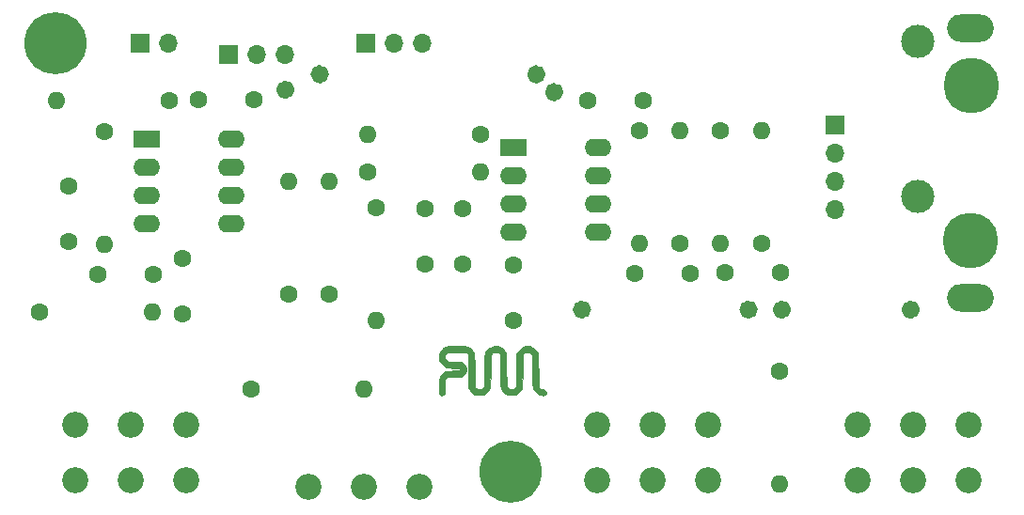
<source format=gbr>
%TF.GenerationSoftware,KiCad,Pcbnew,7.0.8-7.0.8~ubuntu22.04.1*%
%TF.CreationDate,2023-10-08T09:38:23-05:00*%
%TF.ProjectId,crossover_v1,63726f73-736f-4766-9572-5f76312e6b69,v1.0.0*%
%TF.SameCoordinates,Original*%
%TF.FileFunction,Soldermask,Bot*%
%TF.FilePolarity,Negative*%
%FSLAX46Y46*%
G04 Gerber Fmt 4.6, Leading zero omitted, Abs format (unit mm)*
G04 Created by KiCad (PCBNEW 7.0.8-7.0.8~ubuntu22.04.1) date 2023-10-08 09:38:23*
%MOMM*%
%LPD*%
G01*
G04 APERTURE LIST*
%ADD10C,0.818303*%
%ADD11C,0.010000*%
%ADD12R,1.700000X1.700000*%
%ADD13O,1.700000X1.700000*%
%ADD14C,1.600000*%
%ADD15O,1.600000X1.600000*%
%ADD16R,2.400000X1.600000*%
%ADD17O,2.400000X1.600000*%
%ADD18C,5.600000*%
%ADD19C,2.340000*%
%ADD20O,4.200000X2.500000*%
%ADD21C,3.000000*%
%ADD22C,5.000000*%
G04 APERTURE END LIST*
D10*
X126089151Y-85163303D02*
G75*
G03*
X126089151Y-85163303I-409151J0D01*
G01*
X167789151Y-104963303D02*
G75*
G03*
X167789151Y-104963303I-409151J0D01*
G01*
X152789151Y-104963303D02*
G75*
G03*
X152789151Y-104963303I-409151J0D01*
G01*
X148689151Y-83770000D02*
G75*
G03*
X148689151Y-83770000I-409151J0D01*
G01*
X182389151Y-104970000D02*
G75*
G03*
X182389151Y-104970000I-409151J0D01*
G01*
X170789151Y-104970000D02*
G75*
G03*
X170789151Y-104970000I-409151J0D01*
G01*
X129189151Y-83763303D02*
G75*
G03*
X129189151Y-83763303I-409151J0D01*
G01*
X150295848Y-85370000D02*
G75*
G03*
X150295848Y-85370000I-409151J0D01*
G01*
%TO.C,G\u002A\u002A\u002A*%
D11*
X141296669Y-108247853D02*
X141517983Y-108249738D01*
X141690199Y-108253649D01*
X141821680Y-108260032D01*
X141920790Y-108269335D01*
X141995891Y-108282007D01*
X142055347Y-108298493D01*
X142088792Y-108311244D01*
X142242718Y-108398912D01*
X142394710Y-108525464D01*
X142526358Y-108673670D01*
X142619253Y-108826298D01*
X142630713Y-108851929D01*
X142646639Y-108891078D01*
X142659801Y-108933032D01*
X142670544Y-108983860D01*
X142679213Y-109049631D01*
X142686152Y-109136415D01*
X142691706Y-109250280D01*
X142696219Y-109397296D01*
X142700035Y-109583532D01*
X142703499Y-109815057D01*
X142706956Y-110097940D01*
X142710750Y-110438250D01*
X142710991Y-110459895D01*
X142715745Y-110820567D01*
X142721385Y-111136643D01*
X142727807Y-111404970D01*
X142734909Y-111622400D01*
X142742590Y-111785782D01*
X142750748Y-111891966D01*
X142759281Y-111937800D01*
X142767730Y-111950044D01*
X142823719Y-112009052D01*
X142900387Y-112072737D01*
X143025139Y-112133444D01*
X143172986Y-112151716D01*
X143320169Y-112126101D01*
X143449092Y-112059799D01*
X143542162Y-111956011D01*
X143547411Y-111943611D01*
X143557321Y-111897305D01*
X143565920Y-111819653D01*
X143573383Y-111706062D01*
X143579884Y-111551939D01*
X143585596Y-111352689D01*
X143590696Y-111103720D01*
X143595356Y-110800438D01*
X143599750Y-110438250D01*
X143600629Y-110358608D01*
X143604394Y-110030434D01*
X143607965Y-109758438D01*
X143611656Y-109536609D01*
X143615784Y-109358938D01*
X143620666Y-109219415D01*
X143626618Y-109112031D01*
X143633955Y-109030777D01*
X143642994Y-108969642D01*
X143654051Y-108922618D01*
X143667443Y-108883695D01*
X143683486Y-108846863D01*
X143780097Y-108677962D01*
X143937052Y-108500416D01*
X144121844Y-108370128D01*
X144325995Y-108287320D01*
X144541028Y-108252212D01*
X144758465Y-108265026D01*
X144969829Y-108325983D01*
X145166643Y-108435304D01*
X145340428Y-108593210D01*
X145482709Y-108799923D01*
X145490702Y-108815113D01*
X145505759Y-108847382D01*
X145518263Y-108884141D01*
X145528531Y-108931291D01*
X145536879Y-108994731D01*
X145543627Y-109080363D01*
X145549090Y-109194088D01*
X145553586Y-109341806D01*
X145557433Y-109529418D01*
X145560948Y-109762824D01*
X145564448Y-110047926D01*
X145568250Y-110390625D01*
X145569684Y-110517159D01*
X145574701Y-110886350D01*
X145580349Y-111195114D01*
X145586709Y-111445796D01*
X145593863Y-111640742D01*
X145601892Y-111782299D01*
X145610876Y-111872811D01*
X145620898Y-111914625D01*
X145716875Y-112037911D01*
X145841819Y-112113538D01*
X146006766Y-112146169D01*
X146074763Y-112150092D01*
X146161713Y-112146226D01*
X146225838Y-112122808D01*
X146292797Y-112073302D01*
X146310825Y-112057616D01*
X146384519Y-111983675D01*
X146434154Y-111919137D01*
X146443511Y-111887069D01*
X146452593Y-111815827D01*
X146460592Y-111703222D01*
X146467643Y-111545564D01*
X146473876Y-111339165D01*
X146479426Y-111080335D01*
X146484423Y-110765385D01*
X146489000Y-110390625D01*
X146504875Y-108930125D01*
X146603262Y-108755500D01*
X146682196Y-108635830D01*
X146852758Y-108462384D01*
X147057641Y-108338022D01*
X147288326Y-108267316D01*
X147536296Y-108254837D01*
X147624559Y-108264988D01*
X147859481Y-108333039D01*
X148066930Y-108455523D01*
X148240307Y-108627785D01*
X148373017Y-108845172D01*
X148377660Y-108855317D01*
X148393112Y-108892271D01*
X148405970Y-108932607D01*
X148416552Y-108982337D01*
X148425177Y-109047471D01*
X148432163Y-109134023D01*
X148437829Y-109248002D01*
X148442492Y-109395421D01*
X148446473Y-109582291D01*
X148450089Y-109814623D01*
X148453659Y-110098430D01*
X148457500Y-110439723D01*
X148459507Y-110618950D01*
X148463346Y-110932981D01*
X148467168Y-111192064D01*
X148471242Y-111401904D01*
X148475835Y-111568203D01*
X148481212Y-111696664D01*
X148487643Y-111792990D01*
X148495394Y-111862883D01*
X148504732Y-111912047D01*
X148515924Y-111946185D01*
X148529237Y-111971000D01*
X148571631Y-112023665D01*
X148701908Y-112112121D01*
X148882741Y-112162888D01*
X148908531Y-112167648D01*
X149033869Y-112218561D01*
X149118200Y-112301129D01*
X149156451Y-112403297D01*
X149143546Y-112513014D01*
X149074413Y-112618224D01*
X149042967Y-112647629D01*
X148989569Y-112680008D01*
X148920438Y-112690992D01*
X148812016Y-112686733D01*
X148735169Y-112677590D01*
X148514248Y-112610933D01*
X148311743Y-112490964D01*
X148138386Y-112325201D01*
X148004906Y-112121164D01*
X147995797Y-112102599D01*
X147980553Y-112067824D01*
X147967909Y-112029030D01*
X147957541Y-111980268D01*
X147949126Y-111915591D01*
X147942341Y-111829051D01*
X147936862Y-111714702D01*
X147932367Y-111566593D01*
X147928531Y-111378779D01*
X147925032Y-111145312D01*
X147921546Y-110860243D01*
X147917750Y-110517625D01*
X147917702Y-110513187D01*
X147913474Y-110156445D01*
X147909100Y-109858188D01*
X147904388Y-109613458D01*
X147899145Y-109417297D01*
X147893175Y-109264747D01*
X147886287Y-109150849D01*
X147878287Y-109070645D01*
X147868980Y-109019177D01*
X147858173Y-108991487D01*
X147816793Y-108938452D01*
X147691669Y-108842363D01*
X147543828Y-108794203D01*
X147387673Y-108794844D01*
X147237612Y-108845161D01*
X147108051Y-108946026D01*
X147104700Y-108949793D01*
X147090271Y-108969245D01*
X147078225Y-108995291D01*
X147068257Y-109033622D01*
X147060063Y-109089927D01*
X147053340Y-109169898D01*
X147047783Y-109279224D01*
X147043087Y-109423595D01*
X147038950Y-109608702D01*
X147035066Y-109840235D01*
X147031132Y-110123884D01*
X147026843Y-110465339D01*
X147026111Y-110524600D01*
X147021675Y-110862132D01*
X147017330Y-111143041D01*
X147012804Y-111373257D01*
X147007822Y-111558713D01*
X147002111Y-111705341D01*
X146995396Y-111819073D01*
X146987404Y-111905840D01*
X146977860Y-111971575D01*
X146966490Y-112022210D01*
X146953021Y-112063676D01*
X146934646Y-112107846D01*
X146823694Y-112288743D01*
X146668482Y-112452625D01*
X146484410Y-112582445D01*
X146438530Y-112607180D01*
X146356431Y-112644184D01*
X146274991Y-112665150D01*
X146172845Y-112674492D01*
X146028625Y-112676625D01*
X145951009Y-112676202D01*
X145830318Y-112671095D01*
X145741090Y-112656597D01*
X145661907Y-112628259D01*
X145571349Y-112581632D01*
X145399909Y-112460992D01*
X145231828Y-112278443D01*
X145110146Y-112065156D01*
X145097007Y-112031494D01*
X145084154Y-111989224D01*
X145073467Y-111937494D01*
X145064644Y-111870302D01*
X145057384Y-111781642D01*
X145051386Y-111665510D01*
X145046350Y-111515901D01*
X145041973Y-111326813D01*
X145037955Y-111092239D01*
X145033995Y-110806177D01*
X145029792Y-110462621D01*
X145012625Y-109010617D01*
X144911621Y-108909664D01*
X144908519Y-108906577D01*
X144833089Y-108844193D01*
X144750863Y-108810593D01*
X144633598Y-108794031D01*
X144616756Y-108792699D01*
X144506734Y-108790691D01*
X144427112Y-108808719D01*
X144349681Y-108852601D01*
X144325226Y-108869157D01*
X144284872Y-108897367D01*
X144251437Y-108926449D01*
X144224202Y-108962096D01*
X144202448Y-109009999D01*
X144185456Y-109075853D01*
X144172508Y-109165350D01*
X144162886Y-109284182D01*
X144155870Y-109438042D01*
X144150742Y-109632624D01*
X144146784Y-109873620D01*
X144143276Y-110166722D01*
X144139500Y-110517625D01*
X144123625Y-111978125D01*
X144038873Y-112138704D01*
X143930622Y-112304471D01*
X143761744Y-112478493D01*
X143568000Y-112606154D01*
X143470274Y-112643111D01*
X143286577Y-112676451D01*
X143086512Y-112680115D01*
X142894232Y-112654306D01*
X142733891Y-112599224D01*
X142607543Y-112522636D01*
X142418418Y-112351372D01*
X142271025Y-112136875D01*
X142186875Y-111978125D01*
X142171000Y-110517625D01*
X142170621Y-110483228D01*
X142165858Y-110121316D01*
X142160226Y-109804367D01*
X142153821Y-109535471D01*
X142146745Y-109317716D01*
X142139095Y-109154194D01*
X142130970Y-109047991D01*
X142122470Y-109002199D01*
X142114021Y-108989955D01*
X142058032Y-108930947D01*
X141981364Y-108867262D01*
X141872914Y-108787250D01*
X141109145Y-108787368D01*
X140929865Y-108787564D01*
X140727806Y-108788693D01*
X140574633Y-108791371D01*
X140461828Y-108796208D01*
X140380871Y-108803814D01*
X140323246Y-108814800D01*
X140280432Y-108829776D01*
X140243913Y-108849352D01*
X140143137Y-108928100D01*
X140063317Y-109052918D01*
X140035925Y-109211137D01*
X140061571Y-109377039D01*
X140140103Y-109516053D01*
X140265505Y-109617096D01*
X140302897Y-109634769D01*
X140360286Y-109652548D01*
X140436246Y-109664518D01*
X140542005Y-109671747D01*
X140688790Y-109675302D01*
X140887830Y-109676250D01*
X140923610Y-109676317D01*
X141128541Y-109679558D01*
X141301054Y-109687210D01*
X141430804Y-109698656D01*
X141507450Y-109713277D01*
X141672144Y-109794370D01*
X141811758Y-109919791D01*
X141907007Y-110073254D01*
X141956478Y-110244359D01*
X141958756Y-110422707D01*
X141912431Y-110597899D01*
X141816087Y-110759535D01*
X141668314Y-110897215D01*
X141530752Y-110993875D01*
X140919080Y-111009750D01*
X140759959Y-111014037D01*
X140580233Y-111020394D01*
X140447055Y-111028987D01*
X140350469Y-111041985D01*
X140280521Y-111061555D01*
X140227253Y-111089865D01*
X140180712Y-111129082D01*
X140130941Y-111181376D01*
X140102265Y-111218335D01*
X140064362Y-111297808D01*
X140037907Y-111406783D01*
X140021704Y-111553672D01*
X140014556Y-111746886D01*
X140015268Y-111994837D01*
X140016931Y-112128145D01*
X140016900Y-112288956D01*
X140012967Y-112403760D01*
X140004300Y-112483155D01*
X139990067Y-112537739D01*
X139969434Y-112578110D01*
X139945335Y-112609144D01*
X139850686Y-112672897D01*
X139739843Y-112689160D01*
X139632207Y-112657889D01*
X139547178Y-112579042D01*
X139540558Y-112568203D01*
X139523586Y-112528170D01*
X139511564Y-112471308D01*
X139503861Y-112388287D01*
X139499843Y-112269779D01*
X139498876Y-112106455D01*
X139500327Y-111888984D01*
X139502640Y-111718721D01*
X139509354Y-111499195D01*
X139522012Y-111326416D01*
X139543058Y-111190196D01*
X139574938Y-111080350D01*
X139620097Y-110986692D01*
X139680981Y-110899035D01*
X139760035Y-110807193D01*
X139782671Y-110782706D01*
X139880671Y-110686065D01*
X139977056Y-110612708D01*
X140082668Y-110559228D01*
X140208350Y-110522220D01*
X140364942Y-110498276D01*
X140563287Y-110483990D01*
X140814227Y-110475954D01*
X140964555Y-110472505D01*
X141127942Y-110467504D01*
X141243544Y-110461289D01*
X141320544Y-110452714D01*
X141368123Y-110440635D01*
X141395461Y-110423904D01*
X141411742Y-110401376D01*
X141413550Y-110397960D01*
X141431299Y-110352150D01*
X141425888Y-110317025D01*
X141390594Y-110290725D01*
X141318693Y-110271389D01*
X141203463Y-110257157D01*
X141038181Y-110246169D01*
X140816124Y-110236565D01*
X140745624Y-110233844D01*
X140554616Y-110225284D01*
X140411729Y-110215896D01*
X140305222Y-110204102D01*
X140223351Y-110188323D01*
X140154375Y-110166982D01*
X140086552Y-110138500D01*
X139916577Y-110039043D01*
X139748890Y-109883445D01*
X139623470Y-109697841D01*
X139541734Y-109491684D01*
X139505103Y-109274425D01*
X139514996Y-109055516D01*
X139572832Y-108844409D01*
X139680031Y-108650554D01*
X139838011Y-108483405D01*
X139903680Y-108431305D01*
X139985327Y-108374809D01*
X140068840Y-108331176D01*
X140163021Y-108298763D01*
X140276675Y-108275927D01*
X140418603Y-108261026D01*
X140597608Y-108252416D01*
X140822493Y-108248455D01*
X141102060Y-108247499D01*
X141296669Y-108247853D01*
G36*
X141296669Y-108247853D02*
G01*
X141517983Y-108249738D01*
X141690199Y-108253649D01*
X141821680Y-108260032D01*
X141920790Y-108269335D01*
X141995891Y-108282007D01*
X142055347Y-108298493D01*
X142088792Y-108311244D01*
X142242718Y-108398912D01*
X142394710Y-108525464D01*
X142526358Y-108673670D01*
X142619253Y-108826298D01*
X142630713Y-108851929D01*
X142646639Y-108891078D01*
X142659801Y-108933032D01*
X142670544Y-108983860D01*
X142679213Y-109049631D01*
X142686152Y-109136415D01*
X142691706Y-109250280D01*
X142696219Y-109397296D01*
X142700035Y-109583532D01*
X142703499Y-109815057D01*
X142706956Y-110097940D01*
X142710750Y-110438250D01*
X142710991Y-110459895D01*
X142715745Y-110820567D01*
X142721385Y-111136643D01*
X142727807Y-111404970D01*
X142734909Y-111622400D01*
X142742590Y-111785782D01*
X142750748Y-111891966D01*
X142759281Y-111937800D01*
X142767730Y-111950044D01*
X142823719Y-112009052D01*
X142900387Y-112072737D01*
X143025139Y-112133444D01*
X143172986Y-112151716D01*
X143320169Y-112126101D01*
X143449092Y-112059799D01*
X143542162Y-111956011D01*
X143547411Y-111943611D01*
X143557321Y-111897305D01*
X143565920Y-111819653D01*
X143573383Y-111706062D01*
X143579884Y-111551939D01*
X143585596Y-111352689D01*
X143590696Y-111103720D01*
X143595356Y-110800438D01*
X143599750Y-110438250D01*
X143600629Y-110358608D01*
X143604394Y-110030434D01*
X143607965Y-109758438D01*
X143611656Y-109536609D01*
X143615784Y-109358938D01*
X143620666Y-109219415D01*
X143626618Y-109112031D01*
X143633955Y-109030777D01*
X143642994Y-108969642D01*
X143654051Y-108922618D01*
X143667443Y-108883695D01*
X143683486Y-108846863D01*
X143780097Y-108677962D01*
X143937052Y-108500416D01*
X144121844Y-108370128D01*
X144325995Y-108287320D01*
X144541028Y-108252212D01*
X144758465Y-108265026D01*
X144969829Y-108325983D01*
X145166643Y-108435304D01*
X145340428Y-108593210D01*
X145482709Y-108799923D01*
X145490702Y-108815113D01*
X145505759Y-108847382D01*
X145518263Y-108884141D01*
X145528531Y-108931291D01*
X145536879Y-108994731D01*
X145543627Y-109080363D01*
X145549090Y-109194088D01*
X145553586Y-109341806D01*
X145557433Y-109529418D01*
X145560948Y-109762824D01*
X145564448Y-110047926D01*
X145568250Y-110390625D01*
X145569684Y-110517159D01*
X145574701Y-110886350D01*
X145580349Y-111195114D01*
X145586709Y-111445796D01*
X145593863Y-111640742D01*
X145601892Y-111782299D01*
X145610876Y-111872811D01*
X145620898Y-111914625D01*
X145716875Y-112037911D01*
X145841819Y-112113538D01*
X146006766Y-112146169D01*
X146074763Y-112150092D01*
X146161713Y-112146226D01*
X146225838Y-112122808D01*
X146292797Y-112073302D01*
X146310825Y-112057616D01*
X146384519Y-111983675D01*
X146434154Y-111919137D01*
X146443511Y-111887069D01*
X146452593Y-111815827D01*
X146460592Y-111703222D01*
X146467643Y-111545564D01*
X146473876Y-111339165D01*
X146479426Y-111080335D01*
X146484423Y-110765385D01*
X146489000Y-110390625D01*
X146504875Y-108930125D01*
X146603262Y-108755500D01*
X146682196Y-108635830D01*
X146852758Y-108462384D01*
X147057641Y-108338022D01*
X147288326Y-108267316D01*
X147536296Y-108254837D01*
X147624559Y-108264988D01*
X147859481Y-108333039D01*
X148066930Y-108455523D01*
X148240307Y-108627785D01*
X148373017Y-108845172D01*
X148377660Y-108855317D01*
X148393112Y-108892271D01*
X148405970Y-108932607D01*
X148416552Y-108982337D01*
X148425177Y-109047471D01*
X148432163Y-109134023D01*
X148437829Y-109248002D01*
X148442492Y-109395421D01*
X148446473Y-109582291D01*
X148450089Y-109814623D01*
X148453659Y-110098430D01*
X148457500Y-110439723D01*
X148459507Y-110618950D01*
X148463346Y-110932981D01*
X148467168Y-111192064D01*
X148471242Y-111401904D01*
X148475835Y-111568203D01*
X148481212Y-111696664D01*
X148487643Y-111792990D01*
X148495394Y-111862883D01*
X148504732Y-111912047D01*
X148515924Y-111946185D01*
X148529237Y-111971000D01*
X148571631Y-112023665D01*
X148701908Y-112112121D01*
X148882741Y-112162888D01*
X148908531Y-112167648D01*
X149033869Y-112218561D01*
X149118200Y-112301129D01*
X149156451Y-112403297D01*
X149143546Y-112513014D01*
X149074413Y-112618224D01*
X149042967Y-112647629D01*
X148989569Y-112680008D01*
X148920438Y-112690992D01*
X148812016Y-112686733D01*
X148735169Y-112677590D01*
X148514248Y-112610933D01*
X148311743Y-112490964D01*
X148138386Y-112325201D01*
X148004906Y-112121164D01*
X147995797Y-112102599D01*
X147980553Y-112067824D01*
X147967909Y-112029030D01*
X147957541Y-111980268D01*
X147949126Y-111915591D01*
X147942341Y-111829051D01*
X147936862Y-111714702D01*
X147932367Y-111566593D01*
X147928531Y-111378779D01*
X147925032Y-111145312D01*
X147921546Y-110860243D01*
X147917750Y-110517625D01*
X147917702Y-110513187D01*
X147913474Y-110156445D01*
X147909100Y-109858188D01*
X147904388Y-109613458D01*
X147899145Y-109417297D01*
X147893175Y-109264747D01*
X147886287Y-109150849D01*
X147878287Y-109070645D01*
X147868980Y-109019177D01*
X147858173Y-108991487D01*
X147816793Y-108938452D01*
X147691669Y-108842363D01*
X147543828Y-108794203D01*
X147387673Y-108794844D01*
X147237612Y-108845161D01*
X147108051Y-108946026D01*
X147104700Y-108949793D01*
X147090271Y-108969245D01*
X147078225Y-108995291D01*
X147068257Y-109033622D01*
X147060063Y-109089927D01*
X147053340Y-109169898D01*
X147047783Y-109279224D01*
X147043087Y-109423595D01*
X147038950Y-109608702D01*
X147035066Y-109840235D01*
X147031132Y-110123884D01*
X147026843Y-110465339D01*
X147026111Y-110524600D01*
X147021675Y-110862132D01*
X147017330Y-111143041D01*
X147012804Y-111373257D01*
X147007822Y-111558713D01*
X147002111Y-111705341D01*
X146995396Y-111819073D01*
X146987404Y-111905840D01*
X146977860Y-111971575D01*
X146966490Y-112022210D01*
X146953021Y-112063676D01*
X146934646Y-112107846D01*
X146823694Y-112288743D01*
X146668482Y-112452625D01*
X146484410Y-112582445D01*
X146438530Y-112607180D01*
X146356431Y-112644184D01*
X146274991Y-112665150D01*
X146172845Y-112674492D01*
X146028625Y-112676625D01*
X145951009Y-112676202D01*
X145830318Y-112671095D01*
X145741090Y-112656597D01*
X145661907Y-112628259D01*
X145571349Y-112581632D01*
X145399909Y-112460992D01*
X145231828Y-112278443D01*
X145110146Y-112065156D01*
X145097007Y-112031494D01*
X145084154Y-111989224D01*
X145073467Y-111937494D01*
X145064644Y-111870302D01*
X145057384Y-111781642D01*
X145051386Y-111665510D01*
X145046350Y-111515901D01*
X145041973Y-111326813D01*
X145037955Y-111092239D01*
X145033995Y-110806177D01*
X145029792Y-110462621D01*
X145012625Y-109010617D01*
X144911621Y-108909664D01*
X144908519Y-108906577D01*
X144833089Y-108844193D01*
X144750863Y-108810593D01*
X144633598Y-108794031D01*
X144616756Y-108792699D01*
X144506734Y-108790691D01*
X144427112Y-108808719D01*
X144349681Y-108852601D01*
X144325226Y-108869157D01*
X144284872Y-108897367D01*
X144251437Y-108926449D01*
X144224202Y-108962096D01*
X144202448Y-109009999D01*
X144185456Y-109075853D01*
X144172508Y-109165350D01*
X144162886Y-109284182D01*
X144155870Y-109438042D01*
X144150742Y-109632624D01*
X144146784Y-109873620D01*
X144143276Y-110166722D01*
X144139500Y-110517625D01*
X144123625Y-111978125D01*
X144038873Y-112138704D01*
X143930622Y-112304471D01*
X143761744Y-112478493D01*
X143568000Y-112606154D01*
X143470274Y-112643111D01*
X143286577Y-112676451D01*
X143086512Y-112680115D01*
X142894232Y-112654306D01*
X142733891Y-112599224D01*
X142607543Y-112522636D01*
X142418418Y-112351372D01*
X142271025Y-112136875D01*
X142186875Y-111978125D01*
X142171000Y-110517625D01*
X142170621Y-110483228D01*
X142165858Y-110121316D01*
X142160226Y-109804367D01*
X142153821Y-109535471D01*
X142146745Y-109317716D01*
X142139095Y-109154194D01*
X142130970Y-109047991D01*
X142122470Y-109002199D01*
X142114021Y-108989955D01*
X142058032Y-108930947D01*
X141981364Y-108867262D01*
X141872914Y-108787250D01*
X141109145Y-108787368D01*
X140929865Y-108787564D01*
X140727806Y-108788693D01*
X140574633Y-108791371D01*
X140461828Y-108796208D01*
X140380871Y-108803814D01*
X140323246Y-108814800D01*
X140280432Y-108829776D01*
X140243913Y-108849352D01*
X140143137Y-108928100D01*
X140063317Y-109052918D01*
X140035925Y-109211137D01*
X140061571Y-109377039D01*
X140140103Y-109516053D01*
X140265505Y-109617096D01*
X140302897Y-109634769D01*
X140360286Y-109652548D01*
X140436246Y-109664518D01*
X140542005Y-109671747D01*
X140688790Y-109675302D01*
X140887830Y-109676250D01*
X140923610Y-109676317D01*
X141128541Y-109679558D01*
X141301054Y-109687210D01*
X141430804Y-109698656D01*
X141507450Y-109713277D01*
X141672144Y-109794370D01*
X141811758Y-109919791D01*
X141907007Y-110073254D01*
X141956478Y-110244359D01*
X141958756Y-110422707D01*
X141912431Y-110597899D01*
X141816087Y-110759535D01*
X141668314Y-110897215D01*
X141530752Y-110993875D01*
X140919080Y-111009750D01*
X140759959Y-111014037D01*
X140580233Y-111020394D01*
X140447055Y-111028987D01*
X140350469Y-111041985D01*
X140280521Y-111061555D01*
X140227253Y-111089865D01*
X140180712Y-111129082D01*
X140130941Y-111181376D01*
X140102265Y-111218335D01*
X140064362Y-111297808D01*
X140037907Y-111406783D01*
X140021704Y-111553672D01*
X140014556Y-111746886D01*
X140015268Y-111994837D01*
X140016931Y-112128145D01*
X140016900Y-112288956D01*
X140012967Y-112403760D01*
X140004300Y-112483155D01*
X139990067Y-112537739D01*
X139969434Y-112578110D01*
X139945335Y-112609144D01*
X139850686Y-112672897D01*
X139739843Y-112689160D01*
X139632207Y-112657889D01*
X139547178Y-112579042D01*
X139540558Y-112568203D01*
X139523586Y-112528170D01*
X139511564Y-112471308D01*
X139503861Y-112388287D01*
X139499843Y-112269779D01*
X139498876Y-112106455D01*
X139500327Y-111888984D01*
X139502640Y-111718721D01*
X139509354Y-111499195D01*
X139522012Y-111326416D01*
X139543058Y-111190196D01*
X139574938Y-111080350D01*
X139620097Y-110986692D01*
X139680981Y-110899035D01*
X139760035Y-110807193D01*
X139782671Y-110782706D01*
X139880671Y-110686065D01*
X139977056Y-110612708D01*
X140082668Y-110559228D01*
X140208350Y-110522220D01*
X140364942Y-110498276D01*
X140563287Y-110483990D01*
X140814227Y-110475954D01*
X140964555Y-110472505D01*
X141127942Y-110467504D01*
X141243544Y-110461289D01*
X141320544Y-110452714D01*
X141368123Y-110440635D01*
X141395461Y-110423904D01*
X141411742Y-110401376D01*
X141413550Y-110397960D01*
X141431299Y-110352150D01*
X141425888Y-110317025D01*
X141390594Y-110290725D01*
X141318693Y-110271389D01*
X141203463Y-110257157D01*
X141038181Y-110246169D01*
X140816124Y-110236565D01*
X140745624Y-110233844D01*
X140554616Y-110225284D01*
X140411729Y-110215896D01*
X140305222Y-110204102D01*
X140223351Y-110188323D01*
X140154375Y-110166982D01*
X140086552Y-110138500D01*
X139916577Y-110039043D01*
X139748890Y-109883445D01*
X139623470Y-109697841D01*
X139541734Y-109491684D01*
X139505103Y-109274425D01*
X139514996Y-109055516D01*
X139572832Y-108844409D01*
X139680031Y-108650554D01*
X139838011Y-108483405D01*
X139903680Y-108431305D01*
X139985327Y-108374809D01*
X140068840Y-108331176D01*
X140163021Y-108298763D01*
X140276675Y-108275927D01*
X140418603Y-108261026D01*
X140597608Y-108252416D01*
X140822493Y-108248455D01*
X141102060Y-108247499D01*
X141296669Y-108247853D01*
G37*
%TD*%
D12*
%TO.C,J5*%
X132955000Y-80970000D03*
D13*
X135495000Y-80970000D03*
X138035000Y-80970000D03*
%TD*%
D14*
%TO.C,C4*%
X146205000Y-100950000D03*
X146205000Y-105950000D03*
%TD*%
%TO.C,R12*%
X164805000Y-88870000D03*
D15*
X164805000Y-99030000D03*
%TD*%
D16*
%TO.C,U2*%
X146180000Y-90350000D03*
D17*
X146180000Y-92890000D03*
X146180000Y-95430000D03*
X146180000Y-97970000D03*
X153800000Y-97970000D03*
X153800000Y-95430000D03*
X153800000Y-92890000D03*
X153800000Y-90350000D03*
%TD*%
D14*
%TO.C,R13*%
X161180000Y-99030000D03*
D15*
X161180000Y-88870000D03*
%TD*%
D14*
%TO.C,R7*%
X170180000Y-110490000D03*
D15*
X170180000Y-120650000D03*
%TD*%
D14*
%TO.C,C5*%
X141680000Y-95870000D03*
X141680000Y-100870000D03*
%TD*%
%TO.C,R11*%
X168605000Y-99030000D03*
D15*
X168605000Y-88870000D03*
%TD*%
D14*
%TO.C,R1*%
X115260000Y-86170000D03*
D15*
X105100000Y-86170000D03*
%TD*%
D14*
%TO.C,C6*%
X138280000Y-100870000D03*
X138280000Y-95870000D03*
%TD*%
D18*
%TO.C,H2*%
X145980000Y-119570000D03*
%TD*%
D14*
%TO.C,R8*%
X133880000Y-95770000D03*
D15*
X133880000Y-105930000D03*
%TD*%
D19*
%TO.C,RV4*%
X177180000Y-120370000D03*
X182180000Y-120370000D03*
X187180000Y-120370000D03*
X177180000Y-115370000D03*
X182180000Y-115370000D03*
X187180000Y-115370000D03*
%TD*%
D16*
%TO.C,U1*%
X113155000Y-89570000D03*
D17*
X113155000Y-92110000D03*
X113155000Y-94650000D03*
X113155000Y-97190000D03*
X120775000Y-97190000D03*
X120775000Y-94650000D03*
X120775000Y-92110000D03*
X120775000Y-89570000D03*
%TD*%
D12*
%TO.C,J3*%
X112580000Y-80970000D03*
D13*
X115120000Y-80970000D03*
%TD*%
D14*
%TO.C,R4*%
X129580000Y-103570000D03*
D15*
X129580000Y-93410000D03*
%TD*%
D14*
%TO.C,R5*%
X122580000Y-112170000D03*
D15*
X132740000Y-112170000D03*
%TD*%
D19*
%TO.C,RV3*%
X153780000Y-120370000D03*
X158780000Y-120370000D03*
X163780000Y-120370000D03*
X153780000Y-115370000D03*
X158780000Y-115370000D03*
X163780000Y-115370000D03*
%TD*%
D14*
%TO.C,R2*%
X109380000Y-88890000D03*
D15*
X109380000Y-99050000D03*
%TD*%
D19*
%TO.C,RV2*%
X106780000Y-120370000D03*
X111780000Y-120370000D03*
X116780000Y-120370000D03*
X106780000Y-115370000D03*
X111780000Y-115370000D03*
X116780000Y-115370000D03*
%TD*%
D14*
%TO.C,C1*%
X106180000Y-93870000D03*
X106180000Y-98870000D03*
%TD*%
%TO.C,C10*%
X113780000Y-101770000D03*
X108780000Y-101770000D03*
%TD*%
%TO.C,R14*%
X157580000Y-88870000D03*
D15*
X157580000Y-99030000D03*
%TD*%
D14*
%TO.C,C8*%
X165280000Y-101670000D03*
X170280000Y-101670000D03*
%TD*%
D18*
%TO.C,H1*%
X104980000Y-80970000D03*
%TD*%
D12*
%TO.C,J1*%
X120580000Y-81970000D03*
D13*
X123120000Y-81970000D03*
X125660000Y-81970000D03*
%TD*%
D14*
%TO.C,C3*%
X157880000Y-86170000D03*
X152880000Y-86170000D03*
%TD*%
%TO.C,C9*%
X117880000Y-86070000D03*
X122880000Y-86070000D03*
%TD*%
%TO.C,C7*%
X157105000Y-101750000D03*
X162105000Y-101750000D03*
%TD*%
%TO.C,C2*%
X116380000Y-100370000D03*
X116380000Y-105370000D03*
%TD*%
%TO.C,R3*%
X125980000Y-103570000D03*
D15*
X125980000Y-93410000D03*
%TD*%
D14*
%TO.C,R10*%
X133125000Y-92550000D03*
D15*
X143285000Y-92550000D03*
%TD*%
D14*
%TO.C,R9*%
X143285000Y-89150000D03*
D15*
X133125000Y-89150000D03*
%TD*%
D19*
%TO.C,RV1*%
X127780000Y-120970000D03*
X132780000Y-120970000D03*
X137780000Y-120970000D03*
%TD*%
D12*
%TO.C,J4*%
X175180000Y-88370000D03*
D13*
X175180000Y-90910000D03*
X175180000Y-93450000D03*
X175180000Y-95990000D03*
%TD*%
D14*
%TO.C,R6*%
X103580000Y-105170000D03*
D15*
X113740000Y-105170000D03*
%TD*%
D20*
%TO.C,J2*%
X187380000Y-79620000D03*
X187380000Y-103920000D03*
D21*
X182630000Y-80770000D03*
X182630000Y-94770000D03*
D22*
X187480000Y-84770000D03*
X187380000Y-98770000D03*
%TD*%
M02*

</source>
